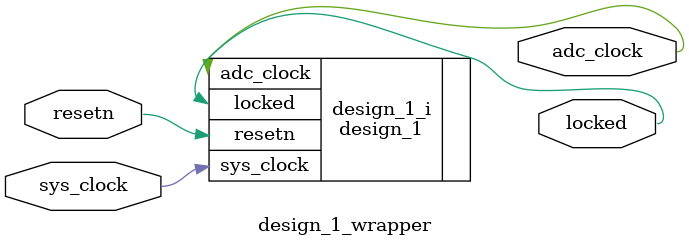
<source format=v>
`timescale 1 ps / 1 ps

module design_1_wrapper
   (adc_clock,
    locked,
    resetn,
    sys_clock);
  output adc_clock;
  output locked;
  input resetn;
  input sys_clock;

  wire adc_clock;
  wire locked;
  wire resetn;
  wire sys_clock;

  design_1 design_1_i
       (.adc_clock(adc_clock),
        .locked(locked),
        .resetn(resetn),
        .sys_clock(sys_clock));
endmodule

</source>
